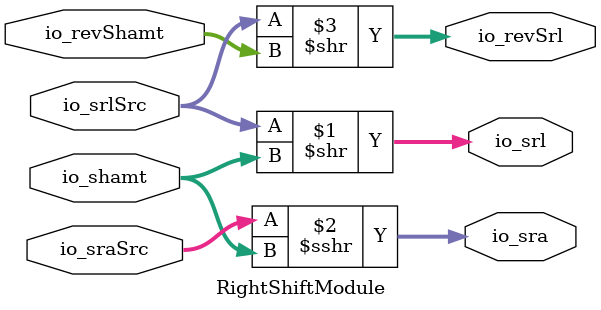
<source format=v>
module RightShiftModule(
  input  [5:0]  io_shamt,
  input  [5:0]  io_revShamt,
  input  [63:0] io_srlSrc,
  input  [63:0] io_sraSrc,
  output [63:0] io_srl,
  output [63:0] io_sra,
  output [63:0] io_revSrl
);
  assign io_srl = io_srlSrc >> io_shamt; // @[Alu.scala 77:24]
  assign io_sra = $signed(io_sraSrc) >>> io_shamt; // @[Alu.scala 78:53]
  assign io_revSrl = io_srlSrc >> io_revShamt; // @[Alu.scala 79:27]
endmodule


</source>
